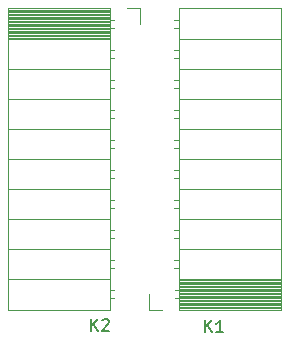
<source format=gbr>
%TF.GenerationSoftware,KiCad,Pcbnew,(5.1.8)-1*%
%TF.CreationDate,2021-12-10T09:18:04+01:00*%
%TF.ProjectId,FirePlace_SideWall,46697265-506c-4616-9365-5f5369646557,rev?*%
%TF.SameCoordinates,Original*%
%TF.FileFunction,Legend,Top*%
%TF.FilePolarity,Positive*%
%FSLAX46Y46*%
G04 Gerber Fmt 4.6, Leading zero omitted, Abs format (unit mm)*
G04 Created by KiCad (PCBNEW (5.1.8)-1) date 2021-12-10 09:18:04*
%MOMM*%
%LPD*%
G01*
G04 APERTURE LIST*
%ADD10C,0.120000*%
%ADD11C,0.150000*%
G04 APERTURE END LIST*
D10*
%TO.C,K2*%
X55315000Y-26285500D02*
X63945000Y-26285500D01*
X55315000Y-26403595D02*
X63945000Y-26403595D01*
X55315000Y-26521690D02*
X63945000Y-26521690D01*
X55315000Y-26639785D02*
X63945000Y-26639785D01*
X55315000Y-26757880D02*
X63945000Y-26757880D01*
X55315000Y-26875975D02*
X63945000Y-26875975D01*
X55315000Y-26994070D02*
X63945000Y-26994070D01*
X55315000Y-27112165D02*
X63945000Y-27112165D01*
X55315000Y-27230260D02*
X63945000Y-27230260D01*
X55315000Y-27348355D02*
X63945000Y-27348355D01*
X55315000Y-27466450D02*
X63945000Y-27466450D01*
X55315000Y-27584545D02*
X63945000Y-27584545D01*
X55315000Y-27702640D02*
X63945000Y-27702640D01*
X55315000Y-27820735D02*
X63945000Y-27820735D01*
X55315000Y-27938830D02*
X63945000Y-27938830D01*
X55315000Y-28056925D02*
X63945000Y-28056925D01*
X55315000Y-28175020D02*
X63945000Y-28175020D01*
X55315000Y-28293115D02*
X63945000Y-28293115D01*
X55315000Y-28411210D02*
X63945000Y-28411210D01*
X55315000Y-28529305D02*
X63945000Y-28529305D01*
X55315000Y-28647400D02*
X63945000Y-28647400D01*
X63945000Y-27135500D02*
X64295000Y-27135500D01*
X63945000Y-27855500D02*
X64295000Y-27855500D01*
X63945000Y-29675500D02*
X64355000Y-29675500D01*
X63945000Y-30395500D02*
X64355000Y-30395500D01*
X63945000Y-32215500D02*
X64355000Y-32215500D01*
X63945000Y-32935500D02*
X64355000Y-32935500D01*
X63945000Y-34755500D02*
X64355000Y-34755500D01*
X63945000Y-35475500D02*
X64355000Y-35475500D01*
X63945000Y-37295500D02*
X64355000Y-37295500D01*
X63945000Y-38015500D02*
X64355000Y-38015500D01*
X63945000Y-39835500D02*
X64355000Y-39835500D01*
X63945000Y-40555500D02*
X64355000Y-40555500D01*
X63945000Y-42375500D02*
X64355000Y-42375500D01*
X63945000Y-43095500D02*
X64355000Y-43095500D01*
X63945000Y-44915500D02*
X64355000Y-44915500D01*
X63945000Y-45635500D02*
X64355000Y-45635500D01*
X63945000Y-47455500D02*
X64355000Y-47455500D01*
X63945000Y-48175500D02*
X64355000Y-48175500D01*
X63945000Y-49995500D02*
X64355000Y-49995500D01*
X63945000Y-50715500D02*
X64355000Y-50715500D01*
X55315000Y-28765500D02*
X63945000Y-28765500D01*
X55315000Y-31305500D02*
X63945000Y-31305500D01*
X55315000Y-33845500D02*
X63945000Y-33845500D01*
X55315000Y-36385500D02*
X63945000Y-36385500D01*
X55315000Y-38925500D02*
X63945000Y-38925500D01*
X55315000Y-41465500D02*
X63945000Y-41465500D01*
X55315000Y-44005500D02*
X63945000Y-44005500D01*
X55315000Y-46545500D02*
X63945000Y-46545500D01*
X55315000Y-49085500D02*
X63945000Y-49085500D01*
X55315000Y-26165500D02*
X63945000Y-26165500D01*
X63945000Y-26165500D02*
X63945000Y-51685500D01*
X55315000Y-51685500D02*
X63945000Y-51685500D01*
X55315000Y-26165500D02*
X55315000Y-51685500D01*
X66515000Y-26165500D02*
X66515000Y-27495500D01*
X65405000Y-26165500D02*
X66515000Y-26165500D01*
%TO.C,K1*%
X78479500Y-51565500D02*
X69849500Y-51565500D01*
X78479500Y-51447405D02*
X69849500Y-51447405D01*
X78479500Y-51329310D02*
X69849500Y-51329310D01*
X78479500Y-51211215D02*
X69849500Y-51211215D01*
X78479500Y-51093120D02*
X69849500Y-51093120D01*
X78479500Y-50975025D02*
X69849500Y-50975025D01*
X78479500Y-50856930D02*
X69849500Y-50856930D01*
X78479500Y-50738835D02*
X69849500Y-50738835D01*
X78479500Y-50620740D02*
X69849500Y-50620740D01*
X78479500Y-50502645D02*
X69849500Y-50502645D01*
X78479500Y-50384550D02*
X69849500Y-50384550D01*
X78479500Y-50266455D02*
X69849500Y-50266455D01*
X78479500Y-50148360D02*
X69849500Y-50148360D01*
X78479500Y-50030265D02*
X69849500Y-50030265D01*
X78479500Y-49912170D02*
X69849500Y-49912170D01*
X78479500Y-49794075D02*
X69849500Y-49794075D01*
X78479500Y-49675980D02*
X69849500Y-49675980D01*
X78479500Y-49557885D02*
X69849500Y-49557885D01*
X78479500Y-49439790D02*
X69849500Y-49439790D01*
X78479500Y-49321695D02*
X69849500Y-49321695D01*
X78479500Y-49203600D02*
X69849500Y-49203600D01*
X69849500Y-50715500D02*
X69499500Y-50715500D01*
X69849500Y-49995500D02*
X69499500Y-49995500D01*
X69849500Y-48175500D02*
X69439500Y-48175500D01*
X69849500Y-47455500D02*
X69439500Y-47455500D01*
X69849500Y-45635500D02*
X69439500Y-45635500D01*
X69849500Y-44915500D02*
X69439500Y-44915500D01*
X69849500Y-43095500D02*
X69439500Y-43095500D01*
X69849500Y-42375500D02*
X69439500Y-42375500D01*
X69849500Y-40555500D02*
X69439500Y-40555500D01*
X69849500Y-39835500D02*
X69439500Y-39835500D01*
X69849500Y-38015500D02*
X69439500Y-38015500D01*
X69849500Y-37295500D02*
X69439500Y-37295500D01*
X69849500Y-35475500D02*
X69439500Y-35475500D01*
X69849500Y-34755500D02*
X69439500Y-34755500D01*
X69849500Y-32935500D02*
X69439500Y-32935500D01*
X69849500Y-32215500D02*
X69439500Y-32215500D01*
X69849500Y-30395500D02*
X69439500Y-30395500D01*
X69849500Y-29675500D02*
X69439500Y-29675500D01*
X69849500Y-27855500D02*
X69439500Y-27855500D01*
X69849500Y-27135500D02*
X69439500Y-27135500D01*
X78479500Y-49085500D02*
X69849500Y-49085500D01*
X78479500Y-46545500D02*
X69849500Y-46545500D01*
X78479500Y-44005500D02*
X69849500Y-44005500D01*
X78479500Y-41465500D02*
X69849500Y-41465500D01*
X78479500Y-38925500D02*
X69849500Y-38925500D01*
X78479500Y-36385500D02*
X69849500Y-36385500D01*
X78479500Y-33845500D02*
X69849500Y-33845500D01*
X78479500Y-31305500D02*
X69849500Y-31305500D01*
X78479500Y-28765500D02*
X69849500Y-28765500D01*
X78479500Y-51685500D02*
X69849500Y-51685500D01*
X69849500Y-51685500D02*
X69849500Y-26165500D01*
X78479500Y-26165500D02*
X69849500Y-26165500D01*
X78479500Y-51685500D02*
X78479500Y-26165500D01*
X67279500Y-51685500D02*
X67279500Y-50355500D01*
X68389500Y-51685500D02*
X67279500Y-51685500D01*
%TO.C,K2*%
D11*
X62380904Y-53474880D02*
X62380904Y-52474880D01*
X62952333Y-53474880D02*
X62523761Y-52903452D01*
X62952333Y-52474880D02*
X62380904Y-53046309D01*
X63333285Y-52570119D02*
X63380904Y-52522500D01*
X63476142Y-52474880D01*
X63714238Y-52474880D01*
X63809476Y-52522500D01*
X63857095Y-52570119D01*
X63904714Y-52665357D01*
X63904714Y-52760595D01*
X63857095Y-52903452D01*
X63285666Y-53474880D01*
X63904714Y-53474880D01*
%TO.C,K1*%
X72031404Y-53577880D02*
X72031404Y-52577880D01*
X72602833Y-53577880D02*
X72174261Y-53006452D01*
X72602833Y-52577880D02*
X72031404Y-53149309D01*
X73555214Y-53577880D02*
X72983785Y-53577880D01*
X73269500Y-53577880D02*
X73269500Y-52577880D01*
X73174261Y-52720738D01*
X73079023Y-52815976D01*
X72983785Y-52863595D01*
%TD*%
M02*

</source>
